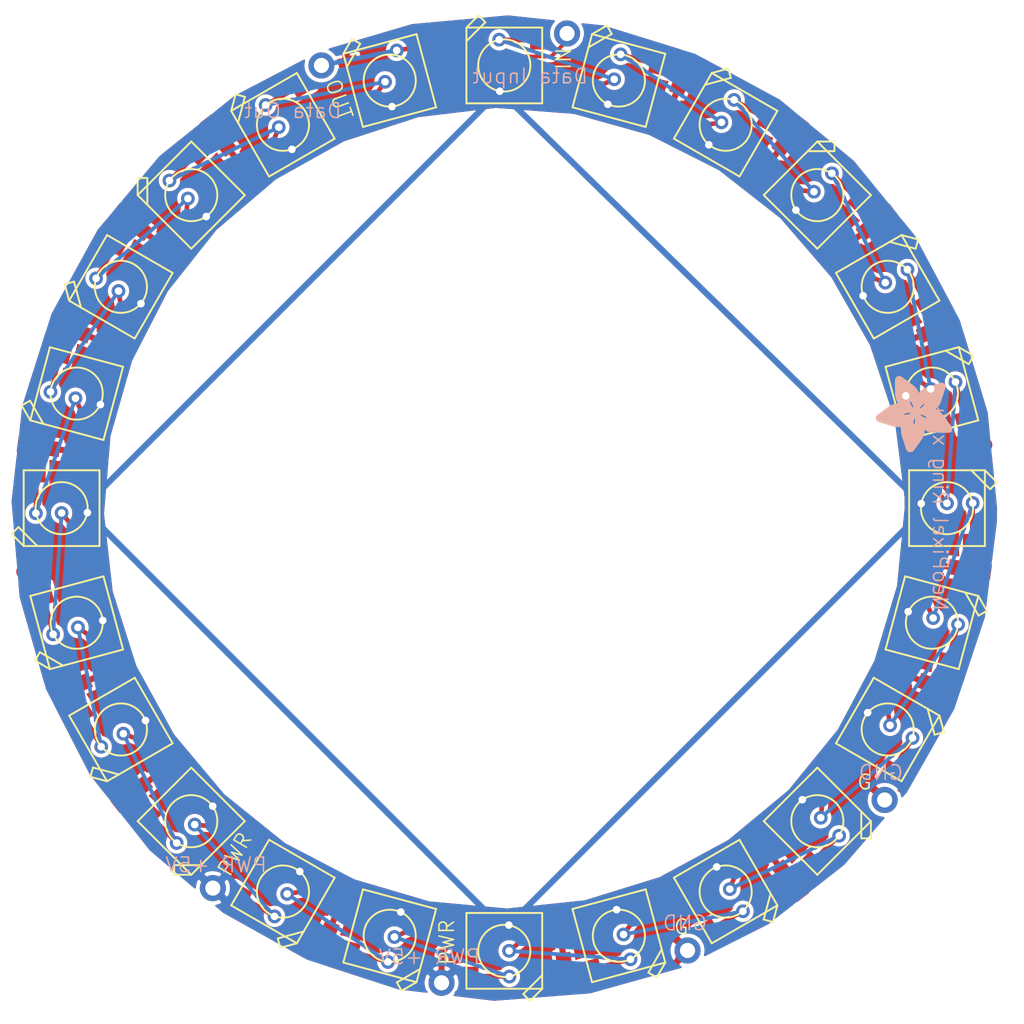
<source format=kicad_pcb>
(kicad_pcb (version 4) (host pcbnew "(2014-08-12 BZR 5064)-product")
  (layers (0 Top signal) (31 Bottom signal) (34 B.Paste user) (35 F.Paste user) (36 B.SilkS user) (37 F.SilkS user) (38 B.Mask user) (39 F.Mask user) (44 Edge.Cuts user))
  (net 0 "")
  (net 1 GND)
  (net 2 VDD)
  (net 3 N$24)
  (net 4 N$26)
  (net 5 N$25)
  (module WS2812B-NARROW (layer Top) (at 148.5011 75.7936)
    (fp_text reference LED1 hide)
    (fp_text value WS2812B5050 hide)
    (pad 1-VD smd rect (at 2.35 1.65 180) (size 1.3 1.2) (layers Top F.Paste F.Mask) (net 2 VDD))
    (pad 2-DO smd rect (at 2.35 -1.65 180) (size 1.3 1.2) (layers Top F.Paste F.Mask))
    (pad 4-DI smd rect (at -2.35 1.65 180) (size 1.3 1.2) (layers Top F.Paste F.Mask))
    (pad 3-GN smd rect (at -2.35 -1.65 180) (size 1.3 1.2) (layers Top F.Paste F.Mask) (net 1 GND))
  )
  (module WS2812B-NARROW (layer Top) (at 156.061156 76.789025 345)
    (fp_text reference LED2 hide)
    (fp_text value WS2812B5050 hide)
    (pad 1-VD smd rect (at 2.35 1.65 165) (size 1.3 1.2) (layers Top F.Paste F.Mask) (net 2 VDD))
    (pad 2-DO smd rect (at 2.35 -1.65 165) (size 1.3 1.2) (layers Top F.Paste F.Mask))
    (pad 4-DI smd rect (at -2.35 1.65 165) (size 1.3 1.2) (layers Top F.Paste F.Mask))
    (pad 3-GN smd rect (at -2.35 -1.65 165) (size 1.3 1.2) (layers Top F.Paste F.Mask) (net 1 GND))
  )
  (module WS2812B-NARROW (layer Top) (at 163.1061 79.706978 330)
    (fp_text reference LED3 hide)
    (fp_text value WS2812B5050 hide)
    (pad 1-VD smd rect (at 2.35 1.65 150) (size 1.3 1.2) (layers Top F.Paste F.Mask) (net 2 VDD))
    (pad 2-DO smd rect (at 2.35 -1.65 150) (size 1.3 1.2) (layers Top F.Paste F.Mask))
    (pad 4-DI smd rect (at -2.35 1.65 150) (size 1.3 1.2) (layers Top F.Paste F.Mask))
    (pad 3-GN smd rect (at -2.35 -1.65 150) (size 1.3 1.2) (layers Top F.Paste F.Mask) (net 1 GND))
  )
  (module WS2812B-NARROW (layer Top) (at 169.155619 84.349081 315)
    (fp_text reference LED4 hide)
    (fp_text value WS2812B5050 hide)
    (pad 1-VD smd rect (at 2.35 1.65 135) (size 1.3 1.2) (layers Top F.Paste F.Mask) (net 2 VDD))
    (pad 2-DO smd rect (at 2.35 -1.65 135) (size 1.3 1.2) (layers Top F.Paste F.Mask))
    (pad 4-DI smd rect (at -2.35 1.65 135) (size 1.3 1.2) (layers Top F.Paste F.Mask))
    (pad 3-GN smd rect (at -2.35 -1.65 135) (size 1.3 1.2) (layers Top F.Paste F.Mask) (net 1 GND))
  )
  (module WS2812B-NARROW (layer Top) (at 173.797722 90.3986 300)
    (fp_text reference LED5 hide)
    (fp_text value WS2812B5050 hide)
    (pad 1-VD smd rect (at 2.35 1.65 120) (size 1.3 1.2) (layers Top F.Paste F.Mask) (net 2 VDD))
    (pad 2-DO smd rect (at 2.35 -1.65 120) (size 1.3 1.2) (layers Top F.Paste F.Mask))
    (pad 4-DI smd rect (at -2.35 1.65 120) (size 1.3 1.2) (layers Top F.Paste F.Mask))
    (pad 3-GN smd rect (at -2.35 -1.65 120) (size 1.3 1.2) (layers Top F.Paste F.Mask) (net 1 GND))
  )
  (module WS2812B-NARROW (layer Top) (at 176.715675 97.443544 285)
    (fp_text reference LED6 hide)
    (fp_text value WS2812B5050 hide)
    (pad 1-VD smd rect (at 2.35 1.65 105) (size 1.3 1.2) (layers Top F.Paste F.Mask) (net 2 VDD))
    (pad 2-DO smd rect (at 2.35 -1.65 105) (size 1.3 1.2) (layers Top F.Paste F.Mask))
    (pad 4-DI smd rect (at -2.35 1.65 105) (size 1.3 1.2) (layers Top F.Paste F.Mask))
    (pad 3-GN smd rect (at -2.35 -1.65 105) (size 1.3 1.2) (layers Top F.Paste F.Mask) (net 1 GND))
  )
  (module WS2812B-NARROW (layer Top) (at 177.7111 105.0036 270)
    (fp_text reference LED7 hide)
    (fp_text value WS2812B5050 hide)
    (pad 1-VD smd rect (at 2.35 1.65 90) (size 1.3 1.2) (layers Top F.Paste F.Mask) (net 2 VDD))
    (pad 2-DO smd rect (at 2.35 -1.65 90) (size 1.3 1.2) (layers Top F.Paste F.Mask))
    (pad 4-DI smd rect (at -2.35 1.65 90) (size 1.3 1.2) (layers Top F.Paste F.Mask))
    (pad 3-GN smd rect (at -2.35 -1.65 90) (size 1.3 1.2) (layers Top F.Paste F.Mask) (net 1 GND))
  )
  (module WS2812B-NARROW (layer Top) (at 176.715675 112.563656 255)
    (fp_text reference LED8 hide)
    (fp_text value WS2812B5050 hide)
    (pad 1-VD smd rect (at 2.35 1.65 75) (size 1.3 1.2) (layers Top F.Paste F.Mask) (net 2 VDD))
    (pad 2-DO smd rect (at 2.35 -1.65 75) (size 1.3 1.2) (layers Top F.Paste F.Mask))
    (pad 4-DI smd rect (at -2.35 1.65 75) (size 1.3 1.2) (layers Top F.Paste F.Mask))
    (pad 3-GN smd rect (at -2.35 -1.65 75) (size 1.3 1.2) (layers Top F.Paste F.Mask) (net 1 GND))
  )
  (module WS2812B-NARROW (layer Top) (at 173.797722 119.6086 240)
    (fp_text reference LED9 hide)
    (fp_text value WS2812B5050 hide)
    (pad 1-VD smd rect (at 2.35 1.65 60) (size 1.3 1.2) (layers Top F.Paste F.Mask) (net 2 VDD))
    (pad 2-DO smd rect (at 2.35 -1.65 60) (size 1.3 1.2) (layers Top F.Paste F.Mask))
    (pad 4-DI smd rect (at -2.35 1.65 60) (size 1.3 1.2) (layers Top F.Paste F.Mask))
    (pad 3-GN smd rect (at -2.35 -1.65 60) (size 1.3 1.2) (layers Top F.Paste F.Mask) (net 1 GND))
  )
  (module WS2812B-NARROW (layer Top) (at 169.155619 125.658119 225)
    (fp_text reference LED10 hide)
    (fp_text value WS2812B5050 hide)
    (pad 1-VD smd rect (at 2.35 1.65 45) (size 1.3 1.2) (layers Top F.Paste F.Mask) (net 2 VDD))
    (pad 2-DO smd rect (at 2.35 -1.65 45) (size 1.3 1.2) (layers Top F.Paste F.Mask))
    (pad 4-DI smd rect (at -2.35 1.65 45) (size 1.3 1.2) (layers Top F.Paste F.Mask))
    (pad 3-GN smd rect (at -2.35 -1.65 45) (size 1.3 1.2) (layers Top F.Paste F.Mask) (net 1 GND))
  )
  (module WS2812B-NARROW (layer Top) (at 163.1061 130.300222 210)
    (fp_text reference LED11 hide)
    (fp_text value WS2812B5050 hide)
    (pad 1-VD smd rect (at 2.35 1.65 30) (size 1.3 1.2) (layers Top F.Paste F.Mask) (net 2 VDD))
    (pad 2-DO smd rect (at 2.35 -1.65 30) (size 1.3 1.2) (layers Top F.Paste F.Mask))
    (pad 4-DI smd rect (at -2.35 1.65 30) (size 1.3 1.2) (layers Top F.Paste F.Mask))
    (pad 3-GN smd rect (at -2.35 -1.65 30) (size 1.3 1.2) (layers Top F.Paste F.Mask) (net 1 GND))
  )
  (module WS2812B-NARROW (layer Top) (at 156.061156 133.218175 195)
    (fp_text reference LED12 hide)
    (fp_text value WS2812B5050 hide)
    (pad 1-VD smd rect (at 2.35 1.65 15) (size 1.3 1.2) (layers Top F.Paste F.Mask) (net 2 VDD))
    (pad 2-DO smd rect (at 2.35 -1.65 15) (size 1.3 1.2) (layers Top F.Paste F.Mask))
    (pad 4-DI smd rect (at -2.35 1.65 15) (size 1.3 1.2) (layers Top F.Paste F.Mask))
    (pad 3-GN smd rect (at -2.35 -1.65 15) (size 1.3 1.2) (layers Top F.Paste F.Mask) (net 1 GND))
  )
  (module C0603 (layer Top) (at 160.359597 76.374497 67.5)
    (fp_text reference C2 hide)
    (fp_text value "" hide)
    (pad 1 smd rect (at -0.85 0 67.5) (size 1.1 1) (layers Top F.Paste F.Mask) (net 2 VDD))
    (pad 2 smd rect (at 0.85 0 67.5) (size 1.1 1) (layers Top F.Paste F.Mask) (net 1 GND))
  )
  (module C0603 (layer Top) (at 167.365425 80.419194 52.5)
    (fp_text reference C3 hide)
    (fp_text value "" hide)
    (pad 1 smd rect (at -0.85 0 52.5) (size 1.1 1) (layers Top F.Paste F.Mask) (net 2 VDD))
    (pad 2 smd rect (at 0.85 0 52.5) (size 1.1 1) (layers Top F.Paste F.Mask) (net 1 GND))
  )
  (module C0603 (layer Top) (at 173.085506 86.139275 37.5)
    (fp_text reference C4 hide)
    (fp_text value "" hide)
    (pad 1 smd rect (at -0.85 0 37.5) (size 1.1 1) (layers Top F.Paste F.Mask) (net 2 VDD))
    (pad 2 smd rect (at 0.85 0 37.5) (size 1.1 1) (layers Top F.Paste F.Mask) (net 1 GND))
  )
  (module C0603 (layer Top) (at 177.130203 116.862097 337.5)
    (fp_text reference C8 hide)
    (fp_text value "" hide)
    (pad 1 smd rect (at -0.85 0 337.5) (size 1.1 1) (layers Top F.Paste F.Mask) (net 2 VDD))
    (pad 2 smd rect (at 0.85 0 337.5) (size 1.1 1) (layers Top F.Paste F.Mask) (net 1 GND))
  )
  (module C0603 (layer Top) (at 167.365425 129.588006 307.5)
    (fp_text reference C10 hide)
    (fp_text value "" hide)
    (pad 1 smd rect (at -0.85 0 307.5) (size 1.1 1) (layers Top F.Paste F.Mask) (net 2 VDD))
    (pad 2 smd rect (at 0.85 0 307.5) (size 1.1 1) (layers Top F.Paste F.Mask) (net 1 GND))
  )
  (module C0603 (layer Top) (at 152.545797 135.726425 277.5)
    (fp_text reference C12 hide)
    (fp_text value "" hide)
    (pad 1 smd rect (at -0.85 0 277.5) (size 1.1 1) (layers Top F.Paste F.Mask) (net 2 VDD))
    (pad 2 smd rect (at 0.85 0 277.5) (size 1.1 1) (layers Top F.Paste F.Mask) (net 1 GND))
  )
  (module 1X01-CLEANBIG (layer Top) (at 144.3609 136.3218)
    (fp_text reference JP3 hide)
    (fp_text value "" hide)
    (pad 1 thru_hole circle (at 0 0) (size 1.7272 1.7272) (drill 1) (layers *.Cu *.Mask) (net 2 VDD))
  )
  (module 1X01-CLEANBIG (layer Top) (at 160.5915 134.1882)
    (fp_text reference JP4 hide)
    (fp_text value "" hide)
    (pad 1 thru_hole circle (at 0 0) (size 1.7272 1.7272) (drill 1) (layers *.Cu *.Mask) (net 1 GND))
  )
  (module WS2812B-NARROW (layer Top) (at 148.5011 134.2136 180)
    (fp_text reference LED13 hide)
    (fp_text value WS2812B5050 hide)
    (pad 1-VD smd rect (at 2.35 1.65) (size 1.3 1.2) (layers Top F.Paste F.Mask) (net 2 VDD))
    (pad 2-DO smd rect (at 2.35 -1.65) (size 1.3 1.2) (layers Top F.Paste F.Mask))
    (pad 4-DI smd rect (at -2.35 1.65) (size 1.3 1.2) (layers Top F.Paste F.Mask))
    (pad 3-GN smd rect (at -2.35 -1.65) (size 1.3 1.2) (layers Top F.Paste F.Mask) (net 1 GND))
  )
  (module WS2812B-NARROW (layer Top) (at 140.941044 133.218175 165)
    (fp_text reference LED14 hide)
    (fp_text value WS2812B5050 hide)
    (pad 1-VD smd rect (at 2.35 1.65 345) (size 1.3 1.2) (layers Top F.Paste F.Mask) (net 2 VDD))
    (pad 2-DO smd rect (at 2.35 -1.65 345) (size 1.3 1.2) (layers Top F.Paste F.Mask))
    (pad 4-DI smd rect (at -2.35 1.65 345) (size 1.3 1.2) (layers Top F.Paste F.Mask))
    (pad 3-GN smd rect (at -2.35 -1.65 345) (size 1.3 1.2) (layers Top F.Paste F.Mask) (net 1 GND))
  )
  (module WS2812B-NARROW (layer Top) (at 133.8961 130.300222 150)
    (fp_text reference LED15 hide)
    (fp_text value WS2812B5050 hide)
    (pad 1-VD smd rect (at 2.35 1.65 330) (size 1.3 1.2) (layers Top F.Paste F.Mask) (net 2 VDD))
    (pad 2-DO smd rect (at 2.35 -1.65 330) (size 1.3 1.2) (layers Top F.Paste F.Mask))
    (pad 4-DI smd rect (at -2.35 1.65 330) (size 1.3 1.2) (layers Top F.Paste F.Mask))
    (pad 3-GN smd rect (at -2.35 -1.65 330) (size 1.3 1.2) (layers Top F.Paste F.Mask) (net 1 GND))
  )
  (module WS2812B-NARROW (layer Top) (at 127.846581 125.658119 135)
    (fp_text reference LED16 hide)
    (fp_text value WS2812B5050 hide)
    (pad 1-VD smd rect (at 2.35 1.65 315) (size 1.3 1.2) (layers Top F.Paste F.Mask) (net 2 VDD))
    (pad 2-DO smd rect (at 2.35 -1.65 315) (size 1.3 1.2) (layers Top F.Paste F.Mask))
    (pad 4-DI smd rect (at -2.35 1.65 315) (size 1.3 1.2) (layers Top F.Paste F.Mask))
    (pad 3-GN smd rect (at -2.35 -1.65 315) (size 1.3 1.2) (layers Top F.Paste F.Mask) (net 1 GND))
  )
  (module WS2812B-NARROW (layer Top) (at 123.204478 119.6086 120)
    (fp_text reference LED17 hide)
    (fp_text value WS2812B5050 hide)
    (pad 1-VD smd rect (at 2.35 1.65 300) (size 1.3 1.2) (layers Top F.Paste F.Mask) (net 2 VDD))
    (pad 2-DO smd rect (at 2.35 -1.65 300) (size 1.3 1.2) (layers Top F.Paste F.Mask))
    (pad 4-DI smd rect (at -2.35 1.65 300) (size 1.3 1.2) (layers Top F.Paste F.Mask))
    (pad 3-GN smd rect (at -2.35 -1.65 300) (size 1.3 1.2) (layers Top F.Paste F.Mask) (net 1 GND))
  )
  (module WS2812B-NARROW (layer Top) (at 120.286525 112.563656 105)
    (fp_text reference LED18 hide)
    (fp_text value WS2812B5050 hide)
    (pad 1-VD smd rect (at 2.35 1.65 285) (size 1.3 1.2) (layers Top F.Paste F.Mask) (net 2 VDD))
    (pad 2-DO smd rect (at 2.35 -1.65 285) (size 1.3 1.2) (layers Top F.Paste F.Mask))
    (pad 4-DI smd rect (at -2.35 1.65 285) (size 1.3 1.2) (layers Top F.Paste F.Mask))
    (pad 3-GN smd rect (at -2.35 -1.65 285) (size 1.3 1.2) (layers Top F.Paste F.Mask) (net 1 GND))
  )
  (module WS2812B-NARROW (layer Top) (at 119.2911 105.0036 90)
    (fp_text reference LED19 hide)
    (fp_text value WS2812B5050 hide)
    (pad 1-VD smd rect (at 2.35 1.65 270) (size 1.3 1.2) (layers Top F.Paste F.Mask) (net 2 VDD))
    (pad 2-DO smd rect (at 2.35 -1.65 270) (size 1.3 1.2) (layers Top F.Paste F.Mask))
    (pad 4-DI smd rect (at -2.35 1.65 270) (size 1.3 1.2) (layers Top F.Paste F.Mask))
    (pad 3-GN smd rect (at -2.35 -1.65 270) (size 1.3 1.2) (layers Top F.Paste F.Mask) (net 1 GND))
  )
  (module WS2812B-NARROW (layer Top) (at 120.286525 97.443544 75)
    (fp_text reference LED20 hide)
    (fp_text value WS2812B5050 hide)
    (pad 1-VD smd rect (at 2.35 1.65 255) (size 1.3 1.2) (layers Top F.Paste F.Mask) (net 2 VDD))
    (pad 2-DO smd rect (at 2.35 -1.65 255) (size 1.3 1.2) (layers Top F.Paste F.Mask))
    (pad 4-DI smd rect (at -2.35 1.65 255) (size 1.3 1.2) (layers Top F.Paste F.Mask))
    (pad 3-GN smd rect (at -2.35 -1.65 255) (size 1.3 1.2) (layers Top F.Paste F.Mask) (net 1 GND))
  )
  (module WS2812B-NARROW (layer Top) (at 123.204478 90.3986 60)
    (fp_text reference LED21 hide)
    (fp_text value WS2812B5050 hide)
    (pad 1-VD smd rect (at 2.35 1.65 240) (size 1.3 1.2) (layers Top F.Paste F.Mask) (net 2 VDD))
    (pad 2-DO smd rect (at 2.35 -1.65 240) (size 1.3 1.2) (layers Top F.Paste F.Mask))
    (pad 4-DI smd rect (at -2.35 1.65 240) (size 1.3 1.2) (layers Top F.Paste F.Mask))
    (pad 3-GN smd rect (at -2.35 -1.65 240) (size 1.3 1.2) (layers Top F.Paste F.Mask) (net 1 GND))
  )
  (module WS2812B-NARROW (layer Top) (at 127.846581 84.349081 45)
    (fp_text reference LED22 hide)
    (fp_text value WS2812B5050 hide)
    (pad 1-VD smd rect (at 2.35 1.65 225) (size 1.3 1.2) (layers Top F.Paste F.Mask) (net 2 VDD))
    (pad 2-DO smd rect (at 2.35 -1.65 225) (size 1.3 1.2) (layers Top F.Paste F.Mask))
    (pad 4-DI smd rect (at -2.35 1.65 225) (size 1.3 1.2) (layers Top F.Paste F.Mask))
    (pad 3-GN smd rect (at -2.35 -1.65 225) (size 1.3 1.2) (layers Top F.Paste F.Mask) (net 1 GND))
  )
  (module WS2812B-NARROW (layer Top) (at 133.8961 79.706978 30)
    (fp_text reference LED23 hide)
    (fp_text value WS2812B5050 hide)
    (pad 1-VD smd rect (at 2.35 1.65 210) (size 1.3 1.2) (layers Top F.Paste F.Mask) (net 2 VDD))
    (pad 2-DO smd rect (at 2.35 -1.65 210) (size 1.3 1.2) (layers Top F.Paste F.Mask))
    (pad 4-DI smd rect (at -2.35 1.65 210) (size 1.3 1.2) (layers Top F.Paste F.Mask))
    (pad 3-GN smd rect (at -2.35 -1.65 210) (size 1.3 1.2) (layers Top F.Paste F.Mask) (net 1 GND))
  )
  (module WS2812B-NARROW (layer Top) (at 140.941044 76.789025 15)
    (fp_text reference LED24 hide)
    (fp_text value WS2812B5050 hide)
    (pad 1-VD smd rect (at 2.35 1.65 195) (size 1.3 1.2) (layers Top F.Paste F.Mask) (net 2 VDD))
    (pad 2-DO smd rect (at 2.35 -1.65 195) (size 1.3 1.2) (layers Top F.Paste F.Mask))
    (pad 4-DI smd rect (at -2.35 1.65 195) (size 1.3 1.2) (layers Top F.Paste F.Mask))
    (pad 3-GN smd rect (at -2.35 -1.65 195) (size 1.3 1.2) (layers Top F.Paste F.Mask) (net 1 GND))
  )
  (module C0603 (layer Top) (at 177.130203 93.145103 22.5)
    (fp_text reference C5 hide)
    (fp_text value "" hide)
    (pad 1 smd rect (at -0.85 0 22.5) (size 1.1 1) (layers Top F.Paste F.Mask) (net 2 VDD))
    (pad 2 smd rect (at 0.85 0 22.5) (size 1.1 1) (layers Top F.Paste F.Mask) (net 1 GND))
  )
  (module C0603 (layer Top) (at 179.223925 109.048297 352.5)
    (fp_text reference C7 hide)
    (fp_text value "" hide)
    (pad 1 smd rect (at -0.85 0 352.5) (size 1.1 1) (layers Top F.Paste F.Mask) (net 2 VDD))
    (pad 2 smd rect (at 0.85 0 352.5) (size 1.1 1) (layers Top F.Paste F.Mask) (net 1 GND))
  )
  (module C0603 (layer Top) (at 136.642603 133.632703 247.5)
    (fp_text reference C14 hide)
    (fp_text value "" hide)
    (pad 1 smd rect (at -0.85 0 247.5) (size 1.1 1) (layers Top F.Paste F.Mask) (net 2 VDD))
    (pad 2 smd rect (at 0.85 0 247.5) (size 1.1 1) (layers Top F.Paste F.Mask) (net 1 GND))
  )
  (module C0603 (layer Top) (at 123.916694 123.867925 217.5)
    (fp_text reference C16 hide)
    (fp_text value "" hide)
    (pad 1 smd rect (at -0.85 0 217.5) (size 1.1 1) (layers Top F.Paste F.Mask) (net 2 VDD))
    (pad 2 smd rect (at 0.85 0 217.5) (size 1.1 1) (layers Top F.Paste F.Mask) (net 1 GND))
  )
  (module C0603 (layer Top) (at 119.871997 116.862097 202.5)
    (fp_text reference C17 hide)
    (fp_text value "" hide)
    (pad 1 smd rect (at -0.85 0 202.5) (size 1.1 1) (layers Top F.Paste F.Mask) (net 2 VDD))
    (pad 2 smd rect (at 0.85 0 202.5) (size 1.1 1) (layers Top F.Paste F.Mask) (net 1 GND))
  )
  (module C0603 (layer Top) (at 117.778275 100.958903 172.5)
    (fp_text reference C19 hide)
    (fp_text value "" hide)
    (pad 1 smd rect (at -0.85 0 172.5) (size 1.1 1) (layers Top F.Paste F.Mask) (net 2 VDD))
    (pad 2 smd rect (at 0.85 0 172.5) (size 1.1 1) (layers Top F.Paste F.Mask) (net 1 GND))
  )
  (module C0603 (layer Top) (at 119.871997 93.145103 157.5)
    (fp_text reference C20 hide)
    (fp_text value "" hide)
    (pad 1 smd rect (at -0.85 0 157.5) (size 1.1 1) (layers Top F.Paste F.Mask) (net 2 VDD))
    (pad 2 smd rect (at 0.85 0 157.5) (size 1.1 1) (layers Top F.Paste F.Mask) (net 1 GND))
  )
  (module C0603 (layer Top) (at 123.916694 86.139275 142.5)
    (fp_text reference C21 hide)
    (fp_text value "" hide)
    (pad 1 smd rect (at -0.85 0 142.5) (size 1.1 1) (layers Top F.Paste F.Mask) (net 2 VDD))
    (pad 2 smd rect (at 0.85 0 142.5) (size 1.1 1) (layers Top F.Paste F.Mask) (net 1 GND))
  )
  (module C0603 (layer Top) (at 129.636775 80.419194 127.5)
    (fp_text reference C22 hide)
    (fp_text value "" hide)
    (pad 1 smd rect (at -0.85 0 127.5) (size 1.1 1) (layers Top F.Paste F.Mask) (net 2 VDD))
    (pad 2 smd rect (at 0.85 0 127.5) (size 1.1 1) (layers Top F.Paste F.Mask) (net 1 GND))
  )
  (module 1X01-CLEANBIG (layer Top) (at 152.6413 73.6854)
    (fp_text reference JP1 hide)
    (fp_text value "" hide)
    (pad 1 thru_hole circle (at 0 0) (size 1.7272 1.7272) (drill 1) (layers *.Cu *.Mask) (net 4 N$26))
  )
  (module 1X01-CLEANBIG (layer Top) (at 136.4361 75.7936)
    (fp_text reference JP2 hide)
    (fp_text value "" hide)
    (pad 1 thru_hole circle (at 0 0) (size 1.7272 1.7272) (drill 1) (layers *.Cu *.Mask) (net 3 N$24))
  )
  (module FIDUCIAL_1MM (layer Top) (at 116.8019 109.1946)
    (fp_text reference FID1 hide)
    (fp_text value FIDUCIAL"" hide)
    (pad 1 smd circle (at 0 0) (size 1 1) (layers Top F.Paste F.Mask))
  )
  (module FIDUCIAL_1MM (layer Top) (at 180.2003 100.838)
    (fp_text reference FID2 hide)
    (fp_text value FIDUCIAL"" hide)
    (pad 1 smd circle (at 0 0) (size 1 1) (layers Top F.Paste F.Mask))
  )
  (module ADAFRUIT_5MM (layer Bottom) (at 177.9651 96.3676 180)
    (fp_text reference U$1 hide)
    (fp_text value "" hide)
  )
  (module 1X01-CLEANBIG (layer Top) (at 129.2733 130.0734)
    (fp_text reference JP5 hide)
    (fp_text value "" hide)
    (pad 1 thru_hole circle (at 0 0) (size 1.7272 1.7272) (drill 1) (layers *.Cu *.Mask) (net 2 VDD))
  )
  (module 1X01-CLEANBIG (layer Top) (at 173.5963 124.2568)
    (fp_text reference JP6 hide)
    (fp_text value "" hide)
    (pad 1 thru_hole circle (at 0 0) (size 1.7272 1.7272) (drill 1) (layers *.Cu *.Mask) (net 1 GND))
  )
  (module 0603-NO (layer Top) (at 144.6011 75.2036 277.5)
    (fp_text reference R1 hide)
    (fp_text value "" hide)
    (pad 1 smd rect (at -0.85 0 277.5) (size 1.1 1) (layers Top F.Paste F.Mask) (net 4 N$26))
    (pad 2 smd rect (at 0.85 0 277.5) (size 1.1 1) (layers Top F.Paste F.Mask) (net 5 N$25))
  )
  (gr_circle (center 148.5011 105.0036) (end 115.7351 105.0036) (layer Edge.Cuts) (width 0.000253))
  (gr_circle (center 148.5011 105.0036) (end 174.6631 105.0036) (layer Edge.Cuts) (width 0.000253))
  (gr_text IN (at 151.8539 74.549 90) (layer F.SilkS) (effects (font (size 0.9652 0.9652) (thickness 0.1016)) (justify right top)))
  (gr_text OUT (at 136.5631 76.8858 290) (layer F.SilkS) (effects (font (size 0.9652 0.9652) (thickness 0.1016)) (justify left bottom)))
  (gr_text G (at 159.6263 133.1976) (layer F.SilkS) (effects (font (size 0.9652 0.9652) (thickness 0.1016)) (justify left bottom)))
  (gr_text PWR (at 145.2753 135.2296 90) (layer F.SilkS) (effects (font (size 0.9652 0.9652) (thickness 0.1016)) (justify left bottom)))
  (gr_text "Data Out" (at 137.8331 79.3496) (layer B.SilkS) (effects (font (size 0.9652 0.9652) (thickness 0.1016)) (justify left bottom mirror)))
  (gr_text "Data Input" (at 154.0891 77.0636) (layer B.SilkS) (effects (font (size 0.9652 0.9652) (thickness 0.1016)) (justify left bottom mirror)))
  (gr_text GND (at 161.9631 132.9436) (layer B.SilkS) (effects (font (size 0.9652 0.9652) (thickness 0.1016)) (justify left bottom mirror)))
  (gr_text "PWR +5V" (at 146.9771 135.1788) (layer B.SilkS) (effects (font (size 0.9652 0.9652) (thickness 0.1016)) (justify left bottom mirror)))
  (gr_text "NeoPixel Ring x24" (at 176.6951 111.8616 270) (layer B.SilkS) (effects (font (size 0.9652 0.9652) (thickness 0.1016)) (justify left bottom mirror)))
  (gr_text G (at 171.7167 123.6472) (layer F.SilkS) (effects (font (size 0.9652 0.9652) (thickness 0.1016)) (justify left bottom)))
  (gr_text PWR (at 130.4163 129.4892 60) (layer F.SilkS) (effects (font (size 0.9652 0.9652) (thickness 0.1016)) (justify left bottom)))
  (gr_text GND (at 174.8917 123.0122) (layer B.SilkS) (effects (font (size 0.9652 0.9652) (thickness 0.1016)) (justify left bottom mirror)))
  (gr_text "PWR +5V" (at 132.9055 129.1082) (layer B.SilkS) (effects (font (size 0.9652 0.9652) (thickness 0.1016)) (justify left bottom mirror)))
  (via (at 155.753053 76.708) (size 0.9064) (drill 0.5) (layers Top Bottom) (net 0))
  (via (at 148.164041 74.095356) (size 0.9064) (drill 0.5) (layers Top Bottom) (net 0))
  (segment (start 148.164041 74.095356) (end 155.753053 76.708) (width 0.254) (layer Bottom) (net 0))
  (segment (start 153.364178 77.774578) (end 155.753053 76.708) (width 0.3048) (layer Top) (net 0))
  (segment (start 150.8511 74.1436) (end 148.164041 74.095356) (width 0.3048) (layer Top) (net 0))
  (via (at 162.829241 79.549244) (size 0.9064) (drill 0.5) (layers Top Bottom) (net 0))
  (via (at 156.174947 75.061319) (size 0.9064) (drill 0.5) (layers Top Bottom) (net 0))
  (segment (start 156.174947 75.061319) (end 162.829241 79.549244) (width 0.254) (layer Bottom) (net 0))
  (segment (start 158.758131 75.803475) (end 156.174947 75.061319) (width 0.3048) (layer Top) (net 0))
  (segment (start 160.245938 79.960922) (end 162.829241 79.549244) (width 0.3048) (layer Top) (net 0))
  (via (at 168.92905 84.125053) (size 0.9064) (drill 0.5) (layers Top Bottom) (net 0))
  (via (at 163.663122 78.067662) (size 0.9064) (drill 0.5) (layers Top Bottom) (net 0))
  (segment (start 163.663122 78.067662) (end 168.92905 84.125053) (width 0.254) (layer Bottom) (net 0))
  (segment (start 165.966259 79.453037) (end 163.663122 78.067662) (width 0.3048) (layer Top) (net 0))
  (segment (start 166.327191 83.854109) (end 168.92905 84.125053) (width 0.3048) (layer Top) (net 0))
  (via (at 173.636941 90.123519) (size 0.9064) (drill 0.5) (layers Top Bottom) (net 0))
  (via (at 170.118025 82.909919) (size 0.9064) (drill 0.5) (layers Top Bottom) (net 0))
  (segment (start 170.118025 82.909919) (end 173.636941 90.123519) (width 0.254) (layer Bottom) (net 0))
  (segment (start 171.984044 84.844056) (end 170.118025 82.909919) (width 0.3048) (layer Top) (net 0))
  (segment (start 171.193778 89.188441) (end 173.636941 90.123519) (width 0.3048) (layer Top) (net 0))
  (via (at 176.6316 97.136203) (size 0.9064) (drill 0.5) (layers Top Bottom) (net 0))
  (via (at 175.099725 89.257631) (size 0.9064) (drill 0.5) (layers Top Bottom) (net 0))
  (segment (start 175.099725 89.257631) (end 176.6316 97.136203) (width 0.254) (layer Bottom) (net 0))
  (segment (start 175.099725 89.257631) (end 176.401663 91.608762) (width 0.3048) (layer Top) (net 0))
  (segment (start 174.513672 95.600672) (end 176.6316 97.136203) (width 0.3048) (layer Top) (net 0))
  (via (at 177.709322 104.685084) (size 0.9064) (drill 0.5) (layers Top Bottom) (net 0))
  (via (at 178.268884 96.678241) (size 0.9064) (drill 0.5) (layers Top Bottom) (net 0))
  (segment (start 178.268884 96.678241) (end 177.709322 104.685084) (width 0.254) (layer Bottom) (net 0))
  (segment (start 178.268884 96.678241) (end 178.917675 99.286419) (width 0.3048) (layer Top) (net 0))
  (segment (start 176.0611 102.6536) (end 177.709322 104.685084) (width 0.3048) (layer Top) (net 0))
  (via (at 176.7967 112.255553) (size 0.9064) (drill 0.5) (layers Top Bottom) (net 0))
  (via (at 179.409344 104.666541) (size 0.9064) (drill 0.5) (layers Top Bottom) (net 0))
  (segment (start 179.409344 104.666541) (end 176.7967 112.255553) (width 0.254) (layer Bottom) (net 0))
  (segment (start 179.3611 107.3536) (end 179.409344 104.666541) (width 0.3048) (layer Top) (net 0))
  (segment (start 175.730122 109.866678) (end 176.7967 112.255553) (width 0.3048) (layer Top) (net 0))
  (via (at 173.955456 119.331741) (size 0.9064) (drill 0.5) (layers Top Bottom) (net 0))
  (via (at 178.443381 112.677447) (size 0.9064) (drill 0.5) (layers Top Bottom) (net 0))
  (segment (start 178.443381 112.677447) (end 173.955456 119.331741) (width 0.254) (layer Bottom) (net 0))
  (segment (start 177.701225 115.260631) (end 178.443381 112.677447) (width 0.3048) (layer Top) (net 0))
  (segment (start 173.543778 116.748438) (end 173.955456 119.331741) (width 0.3048) (layer Top) (net 0))
  (via (at 169.379647 125.43155) (size 0.9064) (drill 0.5) (layers Top Bottom) (net 0))
  (via (at 175.437038 120.165622) (size 0.9064) (drill 0.5) (layers Top Bottom) (net 0))
  (segment (start 175.437038 120.165622) (end 169.379647 125.43155) (width 0.254) (layer Bottom) (net 0))
  (segment (start 174.051663 122.468759) (end 175.437038 120.165622) (width 0.3048) (layer Top) (net 0))
  (segment (start 169.650591 122.829691) (end 169.379647 125.43155) (width 0.3048) (layer Top) (net 0))
  (via (at 163.381181 130.139441) (size 0.9064) (drill 0.5) (layers Top Bottom) (net 0))
  (via (at 170.594781 126.620525) (size 0.9064) (drill 0.5) (layers Top Bottom) (net 0))
  (segment (start 170.594781 126.620525) (end 163.381181 130.139441) (width 0.254) (layer Bottom) (net 0))
  (segment (start 168.660644 128.486544) (end 170.594781 126.620525) (width 0.3048) (layer Top) (net 0))
  (segment (start 164.316259 127.696278) (end 163.381181 130.139441) (width 0.3048) (layer Top) (net 0))
  (via (at 156.368497 133.1341) (size 0.9064) (drill 0.5) (layers Top Bottom) (net 0))
  (via (at 164.247069 131.602225) (size 0.9064) (drill 0.5) (layers Top Bottom) (net 0))
  (segment (start 164.247069 131.602225) (end 156.368497 133.1341) (width 0.254) (layer Bottom) (net 0))
  (segment (start 161.895938 132.904163) (end 164.247069 131.602225) (width 0.3048) (layer Top) (net 0))
  (segment (start 156.368497 133.1341) (end 157.904028 131.016172) (width 0.3048) (layer Top) (net 0))
  (via (at 148.819616 134.211822) (size 0.9064) (drill 0.5) (layers Top Bottom) (net 0))
  (via (at 156.826459 134.771384) (size 0.9064) (drill 0.5) (layers Top Bottom) (net 0))
  (segment (start 156.826459 134.771384) (end 148.819616 134.211822) (width 0.254) (layer Bottom) (net 0))
  (segment (start 148.819616 134.211822) (end 150.8511 132.5636) (width 0.3048) (layer Top) (net 0))
  (segment (start 154.218281 135.420175) (end 156.826459 134.771384) (width 0.3048) (layer Top) (net 0))
  (via (at 141.249147 133.2992) (size 0.9064) (drill 0.5) (layers Top Bottom) (net 0))
  (via (at 148.838159 135.911844) (size 0.9064) (drill 0.5) (layers Top Bottom) (net 0))
  (segment (start 148.838159 135.911844) (end 141.249147 133.2992) (width 0.254) (layer Bottom) (net 0))
  (segment (start 146.1511 135.8636) (end 148.838159 135.911844) (width 0.3048) (layer Top) (net 0))
  (segment (start 141.249147 133.2992) (end 143.638022 132.232622) (width 0.3048) (layer Top) (net 0))
  (via (at 134.172959 130.457956) (size 0.9064) (drill 0.5) (layers Top Bottom) (net 0))
  (via (at 140.827253 134.945881) (size 0.9064) (drill 0.5) (layers Top Bottom) (net 0))
  (segment (start 140.827253 134.945881) (end 134.172959 130.457956) (width 0.254) (layer Bottom) (net 0))
  (segment (start 138.244069 134.203725) (end 140.827253 134.945881) (width 0.3048) (layer Top) (net 0))
  (segment (start 134.172959 130.457956) (end 136.756262 130.046278) (width 0.3048) (layer Top) (net 0))
  (via (at 128.07315 125.882147) (size 0.9064) (drill 0.5) (layers Top Bottom) (net 0))
  (via (at 133.339078 131.939538) (size 0.9064) (drill 0.5) (layers Top Bottom) (net 0))
  (segment (start 133.339078 131.939538) (end 128.07315 125.882147) (width 0.254) (layer Bottom) (net 0))
  (segment (start 131.035941 130.554163) (end 133.339078 131.939538) (width 0.3048) (layer Top) (net 0))
  (segment (start 128.07315 125.882147) (end 130.675009 126.153091) (width 0.3048) (layer Top) (net 0))
  (via (at 123.365259 119.883681) (size 0.9064) (drill 0.5) (layers Top Bottom) (net 0))
  (via (at 126.884175 127.097281) (size 0.9064) (drill 0.5) (layers Top Bottom) (net 0))
  (segment (start 126.884175 127.097281) (end 123.365259 119.883681) (width 0.254) (layer Bottom) (net 0))
  (segment (start 125.018156 125.163144) (end 126.884175 127.097281) (width 0.3048) (layer Top) (net 0))
  (segment (start 125.808422 120.818759) (end 123.365259 119.883681) (width 0.3048) (layer Top) (net 0))
  (via (at 120.3706 112.870997) (size 0.9064) (drill 0.5) (layers Top Bottom) (net 0))
  (via (at 121.902475 120.749569) (size 0.9064) (drill 0.5) (layers Top Bottom) (net 0))
  (segment (start 121.902475 120.749569) (end 120.3706 112.870997) (width 0.254) (layer Bottom) (net 0))
  (segment (start 120.600537 118.398438) (end 121.902475 120.749569) (width 0.3048) (layer Top) (net 0))
  (segment (start 122.488528 114.406528) (end 120.3706 112.870997) (width 0.3048) (layer Top) (net 0))
  (via (at 119.292878 105.322116) (size 0.9064) (drill 0.5) (layers Top Bottom) (net 0))
  (via (at 118.733316 113.328959) (size 0.9064) (drill 0.5) (layers Top Bottom) (net 0))
  (segment (start 118.733316 113.328959) (end 119.292878 105.322116) (width 0.254) (layer Bottom) (net 0))
  (segment (start 118.733316 113.328959) (end 118.084525 110.720781) (width 0.3048) (layer Top) (net 0))
  (segment (start 119.292878 105.322116) (end 120.9411 107.3536) (width 0.3048) (layer Top) (net 0))
  (via (at 120.2055 97.751647) (size 0.9064) (drill 0.5) (layers Top Bottom) (net 0))
  (via (at 117.592856 105.340659) (size 0.9064) (drill 0.5) (layers Top Bottom) (net 0))
  (segment (start 117.592856 105.340659) (end 120.2055 97.751647) (width 0.254) (layer Bottom) (net 0))
  (segment (start 117.592856 105.340659) (end 117.6411 102.6536) (width 0.3048) (layer Top) (net 0))
  (segment (start 121.272078 100.140522) (end 120.2055 97.751647) (width 0.3048) (layer Top) (net 0))
  (via (at 123.046744 90.675459) (size 0.9064) (drill 0.5) (layers Top Bottom) (net 0))
  (via (at 118.558819 97.329753) (size 0.9064) (drill 0.5) (layers Top Bottom) (net 0))
  (segment (start 118.558819 97.329753) (end 123.046744 90.675459) (width 0.254) (layer Bottom) (net 0))
  (segment (start 123.458422 93.258762) (end 123.046744 90.675459) (width 0.3048) (layer Top) (net 0))
  (segment (start 118.558819 97.329753) (end 119.300975 94.746569) (width 0.254) (layer Top) (net 0))
  (via (at 127.622553 84.57565) (size 0.9064) (drill 0.5) (layers Top Bottom) (net 0))
  (via (at 121.565162 89.841578) (size 0.9064) (drill 0.5) (layers Top Bottom) (net 0))
  (segment (start 121.565162 89.841578) (end 127.622553 84.57565) (width 0.254) (layer Bottom) (net 0))
  (segment (start 121.565162 89.841578) (end 122.950537 87.538441) (width 0.3048) (layer Top) (net 0))
  (segment (start 127.351609 87.177509) (end 127.622553 84.57565) (width 0.3048) (layer Top) (net 0))
  (via (at 133.621019 79.867759) (size 0.9064) (drill 0.5) (layers Top Bottom) (net 0))
  (via (at 126.407419 83.386675) (size 0.9064) (drill 0.5) (layers Top Bottom) (net 0))
  (segment (start 126.407419 83.386675) (end 133.621019 79.867759) (width 0.254) (layer Bottom) (net 0))
  (segment (start 128.341556 81.520656) (end 126.407419 83.386675) (width 0.3048) (layer Top) (net 0))
  (segment (start 132.685941 82.310922) (end 133.621019 79.867759) (width 0.3048) (layer Top) (net 0))
  (via (at 140.633703 76.8731) (size 0.9064) (drill 0.5) (layers Top Bottom) (net 0))
  (via (at 132.755131 78.404975) (size 0.9064) (drill 0.5) (layers Top Bottom) (net 0))
  (segment (start 132.755131 78.404975) (end 140.633703 76.8731) (width 0.254) (layer Bottom) (net 0))
  (segment (start 139.098172 78.991028) (end 140.633703 76.8731) (width 0.3048) (layer Top) (net 0))
  (segment (start 132.755131 78.404975) (end 135.106262 77.103037) (width 0.3048) (layer Top) (net 0))
  (via (at 161.995359 81.030572) (size 0.9064) (drill 0.5) (layers Top Bottom) (net 2))
  (via (at 167.740331 85.339937) (size 0.9064) (drill 0.5) (layers Top Bottom) (net 2))
  (via (at 172.1739 90.989659) (size 0.9064) (drill 0.5) (layers Top Bottom) (net 2))
  (via (at 174.994569 97.594166) (size 0.9064) (drill 0.5) (layers Top Bottom) (net 2))
  (via (at 175.149763 111.833406) (size 0.9064) (drill 0.5) (layers Top Bottom) (net 2))
  (via (at 172.474128 118.497859) (size 0.9064) (drill 0.5) (layers Top Bottom) (net 2))
  (via (at 168.164763 124.242831) (size 0.9064) (drill 0.5) (layers Top Bottom) (net 2))
  (via (at 162.515041 128.6764) (size 0.9064) (drill 0.5) (layers Top Bottom) (net 2))
  (via (at 155.910534 131.497069) (size 0.9064) (drill 0.5) (layers Top Bottom) (net 2))
  (via (at 141.671294 131.652263) (size 0.9064) (drill 0.5) (layers Top Bottom) (net 2))
  (via (at 135.006841 128.976628) (size 0.9064) (drill 0.5) (layers Top Bottom) (net 2))
  (via (at 129.261869 124.667263) (size 0.9064) (drill 0.5) (layers Top Bottom) (net 2))
  (via (at 124.8283 119.017541) (size 0.9064) (drill 0.5) (layers Top Bottom) (net 2))
  (via (at 122.007631 112.413034) (size 0.9064) (drill 0.5) (layers Top Bottom) (net 2))
  (via (at 121.852437 98.173794) (size 0.9064) (drill 0.5) (layers Top Bottom) (net 2))
  (via (at 124.528072 91.509341) (size 0.9064) (drill 0.5) (layers Top Bottom) (net 2))
  (via (at 128.837437 85.764369) (size 0.9064) (drill 0.5) (layers Top Bottom) (net 2))
  (via (at 134.487159 81.3308) (size 0.9064) (drill 0.5) (layers Top Bottom) (net 2))
  (via (at 141.091666 78.510131) (size 0.9064) (drill 0.5) (layers Top Bottom) (net 2))
  (segment (start 161.995359 81.030572) (end 164.31626 82.31092) (width 0.4064) (layer Top) (net 2))
  (segment (start 167.740331 85.339937) (end 169.650594 87.177508) (width 0.4064) (layer Top) (net 2))
  (segment (start 172.1739 90.989659) (end 173.54378 93.25876) (width 0.4064) (layer Top) (net 2))
  (segment (start 174.994569 97.594166) (end 175.730122 100.140521) (width 0.4064) (layer Top) (net 2))
  (segment (start 175.149763 111.833406) (end 174.513673 114.40653) (width 0.4064) (layer Top) (net 2))
  (segment (start 172.474128 118.497859) (end 171.19378 120.81876) (width 0.4064) (layer Top) (net 2))
  (segment (start 168.164763 124.242831) (end 166.327192 126.153094) (width 0.4064) (layer Top) (net 2))
  (segment (start 162.515041 128.6764) (end 160.24594 130.04628) (width 0.4064) (layer Top) (net 2))
  (segment (start 155.910534 131.497069) (end 153.364179 132.232622) (width 0.4064) (layer Top) (net 2))
  (segment (start 141.671294 131.652263) (end 139.09817 131.016173) (width 0.4064) (layer Top) (net 2))
  (segment (start 135.006841 128.976628) (end 132.68594 127.69628) (width 0.4064) (layer Top) (net 2))
  (segment (start 129.261869 124.667263) (end 127.351606 122.829692) (width 0.4064) (layer Top) (net 2))
  (segment (start 124.8283 119.017541) (end 123.45842 116.74844) (width 0.4064) (layer Top) (net 2))
  (segment (start 122.007631 112.413034) (end 121.272078 109.866679) (width 0.4064) (layer Top) (net 2))
  (segment (start 121.852437 98.173794) (end 122.488527 95.60067) (width 0.4064) (layer Top) (net 2))
  (segment (start 124.528072 91.509341) (end 125.80842 89.18844) (width 0.4064) (layer Top) (net 2))
  (segment (start 128.837437 85.764369) (end 130.675008 83.854106) (width 0.4064) (layer Top) (net 2))
  (segment (start 134.487159 81.3308) (end 136.75626 79.96092) (width 0.4064) (layer Top) (net 2))
  (segment (start 141.091666 78.510131) (end 143.638021 77.774578) (width 0.4064) (layer Top) (net 2))
  (via (at 155.330906 78.354937) (size 0.9064) (drill 0.5) (layers Top Bottom) (net 2))
  (segment (start 155.330906 78.354937) (end 157.90403 78.991027) (width 0.4064) (layer Top) (net 2))
  (segment (start 159.399253 78.693291) (end 159.679388 78.017116) (width 0.4064) (layer Top) (net 2))
  (segment (start 159.387794 78.72095) (end 159.399253 78.693291) (width 0.4064) (layer Top) (net 2))
  (segment (start 174.805061 94.108077) (end 175.487584 93.825312) (width 0.4064) (layer Top) (net 2))
  (segment (start 174.78375 94.116906) (end 174.805061 94.108077) (width 0.4064) (layer Top) (net 2))
  (segment (start 176.705769 108.716825) (end 177.461163 108.816394) (width 0.4064) (layer Top) (net 2))
  (segment (start 174.78375 115.890294) (end 175.487584 116.181888) (width 0.4064) (layer Top) (net 2))
  (segment (start 165.819075 127.573025) (end 166.283131 128.177544) (width 0.4064) (layer Top) (net 2))
  (segment (start 152.214325 133.208269) (end 152.313894 133.963663) (width 0.4064) (layer Top) (net 2))
  (segment (start 137.61103 131.294399) (end 137.322812 131.990084) (width 0.4064) (layer Top) (net 2))
  (segment (start 137.614406 131.28625) (end 137.61103 131.294399) (width 0.4064) (layer Top) (net 2))
  (segment (start 122.203953 115.8963) (end 121.514616 116.181888) (width 0.4064) (layer Top) (net 2))
  (segment (start 122.21845 115.890294) (end 122.203953 115.8963) (width 0.4064) (layer Top) (net 2))
  (segment (start 131.166394 82.41238) (end 130.719069 81.829656) (width 0.4064) (layer Top) (net 2))
  (segment (start 131.183125 82.434175) (end 131.166394 82.41238) (width 0.4064) (layer Top) (net 2))
  (segment (start 159.679388 78.017116) (end 160.034316 77.159797) (width 0.4064) (layer Top) (net 2))
  (segment (start 175.487584 93.825312) (end 176.344903 93.470384) (width 0.4064) (layer Top) (net 2))
  (segment (start 177.461163 108.816394) (end 178.381194 108.937347) (width 0.4064) (layer Top) (net 2))
  (segment (start 175.487584 116.181888) (end 176.344903 116.536816) (width 0.4064) (layer Top) (net 2))
  (segment (start 166.283131 128.177544) (end 166.847975 128.913653) (width 0.4064) (layer Top) (net 2))
  (segment (start 152.313894 133.963663) (end 152.434847 134.883694) (width 0.4064) (layer Top) (net 2))
  (segment (start 137.322812 131.990084) (end 136.967884 132.847403) (width 0.4064) (layer Top) (net 2))
  (segment (start 121.514616 116.181888) (end 120.657297 116.536816) (width 0.4064) (layer Top) (net 2))
  (segment (start 130.154225 81.093547) (end 130.719069 81.829656) (width 0.4064) (layer Top) (net 2))
  (segment (start 173.482 93.218) (end 173.54378 93.25876) (width 0.254) (layer Top) (net 2))
  (segment (start 173.50302 93.218) (end 173.482 93.218) (width 0.254) (layer Top) (net 2))
  (segment (start 174.393097 94.108077) (end 173.50302 93.218) (width 0.406) (layer Top) (net 2))
  (segment (start 174.805061 94.108077) (end 174.393097 94.108077) (width 0.406) (layer Top) (net 2))
  (segment (start 169.672 87.122) (end 169.650594 87.177508) (width 0.406) (layer Top) (net 2))
  (segment (start 169.650594 87.143406) (end 169.672 87.122) (width 0.406) (layer Top) (net 2))
  (segment (start 169.650594 87.177508) (end 169.650594 87.143406) (width 0.406) (layer Top) (net 2))
  (segment (start 170.158711 87.685625) (end 169.650594 87.177508) (width 0.406) (layer Top) (net 2))
  (segment (start 172.411153 86.656725) (end 171.675044 87.221569) (width 0.4064) (layer Top) (net 2))
  (segment (start 171.070525 87.685625) (end 171.675044 87.221569) (width 0.4064) (layer Top) (net 2))
  (segment (start 171.070525 87.685625) (end 170.158711 87.685625) (width 0.406) (layer Top) (net 2))
  (segment (start 164.338 82.296) (end 164.31626 82.31092) (width 0.406) (layer Top) (net 2))
  (segment (start 164.32308 82.31092) (end 164.338 82.296) (width 0.406) (layer Top) (net 2))
  (segment (start 164.31626 82.31092) (end 164.32308 82.31092) (width 0.406) (layer Top) (net 2))
  (segment (start 164.439515 82.434175) (end 164.31626 82.31092) (width 0.406) (layer Top) (net 2))
  (segment (start 166.283131 81.829656) (end 166.847975 81.093547) (width 0.4064) (layer Top) (net 2))
  (segment (start 165.819075 82.434175) (end 166.283131 81.829656) (width 0.4064) (layer Top) (net 2))
  (segment (start 164.439515 82.434175) (end 165.819075 82.434175) (width 0.406) (layer Top) (net 2))
  (segment (start 157.988 78.994) (end 157.90403 78.991027) (width 0.406) (layer Top) (net 2))
  (segment (start 157.985027 78.991027) (end 157.988 78.994) (width 0.406) (layer Top) (net 2))
  (segment (start 157.90403 78.991027) (end 157.985027 78.991027) (width 0.406) (layer Top) (net 2))
  (segment (start 158.201766 78.693291) (end 157.90403 78.991027) (width 0.406) (layer Top) (net 2))
  (segment (start 159.399253 78.693291) (end 158.201766 78.693291) (width 0.406) (layer Top) (net 2))
  (segment (start 130.556 83.82) (end 130.675008 83.854106) (width 0.406) (layer Top) (net 2))
  (segment (start 130.590106 83.854106) (end 130.556 83.82) (width 0.406) (layer Top) (net 2))
  (segment (start 130.675008 83.854106) (end 130.590106 83.854106) (width 0.406) (layer Top) (net 2))
  (segment (start 131.166394 83.36272) (end 130.675008 83.854106) (width 0.406) (layer Top) (net 2))
  (segment (start 131.166394 82.41238) (end 131.166394 83.36272) (width 0.406) (layer Top) (net 2))
  (segment (start 125.984 89.154) (end 125.80842 89.18844) (width 0.406) (layer Top) (net 2))
  (segment (start 125.94956 89.18844) (end 125.984 89.154) (width 0.406) (layer Top) (net 2))
  (segment (start 125.80842 89.18844) (end 125.94956 89.18844) (width 0.406) (layer Top) (net 2))
  (segment (start 125.931675 89.065185) (end 125.80842 89.18844) (width 0.406) (layer Top) (net 2))
  (segment (start 125.327156 87.221569) (end 124.591047 86.656725) (width 0.4064) (layer Top) (net 2))
  (segment (start 125.931675 87.685625) (end 125.327156 87.221569) (width 0.4064) (layer Top) (net 2))
  (segment (start 125.931675 89.065185) (end 125.931675 87.685625) (width 0.406) (layer Top) (net 2))
  (segment (start 122.428 95.758) (end 122.488527 95.60067) (width 0.406) (layer Top) (net 2))
  (segment (start 122.488527 95.697473) (end 122.428 95.758) (width 0.406) (layer Top) (net 2))
  (segment (start 122.488527 95.60067) (end 122.488527 95.697473) (width 0.406) (layer Top) (net 2))
  (segment (start 122.21845 95.330593) (end 122.488527 95.60067) (width 0.406) (layer Top) (net 2))
  (segment (start 121.514616 93.825312) (end 120.657297 93.470384) (width 0.4064) (layer Top) (net 2))
  (segment (start 122.21845 94.116906) (end 121.514616 93.825312) (width 0.4064) (layer Top) (net 2))
  (segment (start 122.21845 95.330593) (end 122.21845 94.116906) (width 0.406) (layer Top) (net 2))
  (segment (start 121.158 102.616) (end 120.9411 102.6536) (width 0.406) (layer Top) (net 2))
  (segment (start 121.1204 102.6536) (end 121.158 102.616) (width 0.406) (layer Top) (net 2))
  (segment (start 120.9411 102.6536) (end 121.1204 102.6536) (width 0.406) (layer Top) (net 2))
  (segment (start 120.296431 102.008931) (end 120.9411 102.6536) (width 0.406) (layer Top) (net 2))
  (segment (start 118.621006 101.069853) (end 119.541037 101.190806) (width 0.4064) (layer Top) (net 2))
  (segment (start 120.296431 101.290375) (end 119.541037 101.190806) (width 0.4064) (layer Top) (net 2))
  (segment (start 120.296431 101.290375) (end 120.296431 102.008931) (width 0.406) (layer Top) (net 2))
  (segment (start 123.444 116.84) (end 123.45842 116.74844) (width 0.406) (layer Top) (net 2))
  (segment (start 123.45842 116.82558) (end 123.444 116.84) (width 0.406) (layer Top) (net 2))
  (segment (start 123.45842 116.74844) (end 123.45842 116.82558) (width 0.406) (layer Top) (net 2))
  (segment (start 122.60628 115.8963) (end 123.45842 116.74844) (width 0.406) (layer Top) (net 2))
  (segment (start 122.203953 115.8963) (end 122.60628 115.8963) (width 0.406) (layer Top) (net 2))
  (segment (start 127.508 122.936) (end 127.351606 122.829692) (width 0.406) (layer Top) (net 2))
  (segment (start 127.401692 122.829692) (end 127.508 122.936) (width 0.406) (layer Top) (net 2))
  (segment (start 127.351606 122.829692) (end 127.401692 122.829692) (width 0.406) (layer Top) (net 2))
  (segment (start 126.843489 122.321575) (end 127.351606 122.829692) (width 0.406) (layer Top) (net 2))
  (segment (start 124.591047 123.350475) (end 125.327156 122.785631) (width 0.4064) (layer Top) (net 2))
  (segment (start 125.931675 122.321575) (end 125.327156 122.785631) (width 0.4064) (layer Top) (net 2))
  (segment (start 125.931675 122.321575) (end 126.843489 122.321575) (width 0.406) (layer Top) (net 2))
  (segment (start 139.192 131.064) (end 139.09817 131.016173) (width 0.406) (layer Top) (net 2))
  (segment (start 139.144173 131.016173) (end 139.192 131.064) (width 0.406) (layer Top) (net 2))
  (segment (start 139.09817 131.016173) (end 139.144173 131.016173) (width 0.406) (layer Top) (net 2))
  (segment (start 138.819944 131.294399) (end 139.09817 131.016173) (width 0.406) (layer Top) (net 2))
  (segment (start 137.61103 131.294399) (end 138.819944 131.294399) (width 0.406) (layer Top) (net 2))
  (segment (start 146.1011 132.5636) (end 146.1511 132.5636) (width 0.406) (layer Top) (net 2))
  (segment (start 144.3609 134.3038) (end 146.1011 132.5636) (width 0.406) (layer Top) (net 2))
  (segment (start 144.3609 136.3218) (end 144.3609 134.3038) (width 0.406) (layer Top) (net 2))
  (segment (start 152.388532 133.208269) (end 153.364179 132.232622) (width 0.406) (layer Top) (net 2))
  (segment (start 152.214325 133.208269) (end 152.388532 133.208269) (width 0.406) (layer Top) (net 2))
  (segment (start 166.327192 127.064908) (end 166.327192 126.153094) (width 0.406) (layer Top) (net 2))
  (segment (start 165.819075 127.573025) (end 166.327192 127.064908) (width 0.406) (layer Top) (net 2))
  (segment (start 174.513673 115.620217) (end 174.513673 114.40653) (width 0.406) (layer Top) (net 2))
  (segment (start 174.78375 115.890294) (end 174.513673 115.620217) (width 0.406) (layer Top) (net 2))
  (segment (start 176.0611 108.4096) (end 176.0611 107.3536) (width 0.406) (layer Top) (net 2))
  (segment (start 176.368325 108.716825) (end 176.0611 108.4096) (width 0.406) (layer Top) (net 2))
  (segment (start 176.705769 108.716825) (end 176.368325 108.716825) (width 0.406) (layer Top) (net 2))
  (via (at 176.009553 104.703625) (size 0.9064) (drill 0.5) (layers Top Bottom) (net 2))
  (segment (start 176.0611 107.3536) (end 176.009553 104.703625) (width 0.4064) (layer Top) (net 2))
  (segment (start 176.009553 104.703625) (end 148.201041 77.4957) (width 0.4064) (layer Bottom) (net 2))
  (segment (start 150.876 77.47) (end 150.8511 77.4436) (width 0.254) (layer Top) (net 2))
  (segment (start 150.8511 77.4451) (end 150.876 77.47) (width 0.254) (layer Top) (net 2))
  (segment (start 150.8511 77.4436) (end 150.8511 77.4451) (width 0.254) (layer Top) (net 2))
  (segment (start 150.799553 77.495147) (end 150.8511 77.4436) (width 0.254) (layer Top) (net 2))
  (segment (start 176.009553 105.303575) (end 176.009553 104.703625) (width 0.4064) (layer Bottom) (net 2))
  (segment (start 148.801075 132.512053) (end 176.009553 105.303575) (width 0.4064) (layer Bottom) (net 2))
  (segment (start 148.201125 132.512053) (end 148.801075 132.512053) (width 0.4064) (layer Bottom) (net 2))
  (segment (start 120.992647 105.303575) (end 148.201125 132.512053) (width 0.4064) (layer Bottom) (net 2))
  (segment (start 120.992647 104.703625) (end 120.992647 105.303575) (width 0.4064) (layer Bottom) (net 2))
  (segment (start 148.201125 77.495147) (end 120.992647 104.703625) (width 0.4064) (layer Bottom) (net 2))
  (via (at 148.201125 77.495147) (size 0.9064) (drill 0.5) (layers Top Bottom) (net 2))
  (segment (start 150.799553 77.495147) (end 148.201125 77.495147) (width 0.406) (layer Top) (net 2))
  (segment (start 120.904 102.616) (end 120.9411 102.6536) (width 0.406) (layer Top) (net 2))
  (segment (start 120.9411 102.6531) (end 120.904 102.616) (width 0.406) (layer Top) (net 2))
  (segment (start 120.9411 102.6536) (end 120.9411 102.6531) (width 0.406) (layer Top) (net 2))
  (segment (start 120.992647 102.705147) (end 120.9411 102.6536) (width 0.406) (layer Top) (net 2))
  (via (at 120.992647 105.303575) (size 0.9064) (drill 0.5) (layers Top Bottom) (net 2))
  (segment (start 120.992647 105.303575) (end 120.992647 102.705147) (width 0.406) (layer Top) (net 2))
  (segment (start 146.304 132.588) (end 146.1511 132.5636) (width 0.406) (layer Top) (net 2))
  (segment (start 146.2796 132.5636) (end 146.304 132.588) (width 0.406) (layer Top) (net 2))
  (segment (start 146.1511 132.5636) (end 146.2796 132.5636) (width 0.406) (layer Top) (net 2))
  (segment (start 146.202647 132.512053) (end 146.1511 132.5636) (width 0.406) (layer Top) (net 2))
  (via (at 148.801075 132.512053) (size 0.9064) (drill 0.5) (layers Top Bottom) (net 2))
  (segment (start 148.801075 132.512053) (end 146.202647 132.512053) (width 0.406) (layer Top) (net 2))
  (segment (start 142.783919 74.587025) (end 141.4011 74.8036) (width 0.3048) (layer Top) (net 3))
  (via (at 141.4011 74.8036) (size 0.9064) (drill 0.5) (layers Top Bottom) (net 3))
  (segment (start 141.4011 74.8036) (end 136.4361 75.7936) (width 0.3048) (layer Bottom) (net 3))
  (segment (start 144.490153 74.360872) (end 144.558372 74.360872) (width 0.254) (layer Top) (net 4))
  (segment (start 144.558372 74.360872) (end 145.4011 75.2036) (width 0.254) (layer Top) (net 4))
  (segment (start 145.4011 75.2036) (end 151.6011 75.2036) (width 0.254) (layer Top) (net 4))
  (segment (start 151.6011 75.2036) (end 152.5011 74.3036) (width 0.254) (layer Top) (net 4))
  (segment (start 152.5011 74.3036) (end 152.5011 73.8256) (width 0.254) (layer Top) (net 4))
  (segment (start 152.5011 73.8256) (end 152.6413 73.6854) (width 0.254) (layer Top) (net 4))
  (segment (start 144.71205 76.046331) (end 144.753831 76.046331) (width 0.254) (layer Top) (net 5))
  (segment (start 144.753831 76.046331) (end 146.1511 77.4436) (width 0.254) (layer Top) (net 5))
  (zone (net 1) (net_name GND) (layer Top) (priority 2) (connect_pads (clearance 0.254)) (min_thickness 0.127) (fill yes (arc_segments 32) (thermal_gap 0.254) (thermal_bridge_width 0.508))
    (polygon (pts (xy 115.4811 71.7296) (xy 116.2431 138.5316) (xy 182.0291 139.0396) (xy 181.2671 72.2376)))
  )
  (zone (net 2) (net_name VDD) (layer Bottom) (connect_pads (clearance 0.254)) (min_thickness 0.127) (fill yes (arc_segments 32) (thermal_gap 0.254) (thermal_bridge_width 0.508))
    (polygon (pts (xy 115.9891 71.7296) (xy 115.2271 139.0396) (xy 182.0291 138.7856) (xy 182.7911 71.4756)))
  )
)
</source>
